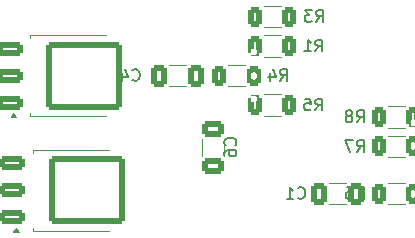
<source format=gbo>
G04 #@! TF.GenerationSoftware,KiCad,Pcbnew,8.0.3*
G04 #@! TF.CreationDate,2025-03-14T18:39:27+01:00*
G04 #@! TF.ProjectId,NIXIE_Sterownik,4e495849-455f-4537-9465-726f776e696b,rev?*
G04 #@! TF.SameCoordinates,Original*
G04 #@! TF.FileFunction,Legend,Bot*
G04 #@! TF.FilePolarity,Positive*
%FSLAX46Y46*%
G04 Gerber Fmt 4.6, Leading zero omitted, Abs format (unit mm)*
G04 Created by KiCad (PCBNEW 8.0.3) date 2025-03-14 18:39:27*
%MOMM*%
%LPD*%
G01*
G04 APERTURE LIST*
G04 Aperture macros list*
%AMRoundRect*
0 Rectangle with rounded corners*
0 $1 Rounding radius*
0 $2 $3 $4 $5 $6 $7 $8 $9 X,Y pos of 4 corners*
0 Add a 4 corners polygon primitive as box body*
4,1,4,$2,$3,$4,$5,$6,$7,$8,$9,$2,$3,0*
0 Add four circle primitives for the rounded corners*
1,1,$1+$1,$2,$3*
1,1,$1+$1,$4,$5*
1,1,$1+$1,$6,$7*
1,1,$1+$1,$8,$9*
0 Add four rect primitives between the rounded corners*
20,1,$1+$1,$2,$3,$4,$5,0*
20,1,$1+$1,$4,$5,$6,$7,0*
20,1,$1+$1,$6,$7,$8,$9,0*
20,1,$1+$1,$8,$9,$2,$3,0*%
G04 Aperture macros list end*
%ADD10C,0.150000*%
%ADD11C,0.120000*%
%ADD12O,1.100000X1.700000*%
%ADD13C,2.700000*%
%ADD14R,1.700000X1.700000*%
%ADD15O,1.700000X1.700000*%
%ADD16R,1.600000X1.600000*%
%ADD17C,1.600000*%
%ADD18C,2.100000*%
%ADD19C,1.750000*%
%ADD20RoundRect,0.250000X0.312500X0.625000X-0.312500X0.625000X-0.312500X-0.625000X0.312500X-0.625000X0*%
%ADD21RoundRect,0.250000X-0.850000X-0.350000X0.850000X-0.350000X0.850000X0.350000X-0.850000X0.350000X0*%
%ADD22RoundRect,0.249997X-2.950003X-2.650003X2.950003X-2.650003X2.950003X2.650003X-2.950003X2.650003X0*%
%ADD23RoundRect,0.250000X-0.650000X0.412500X-0.650000X-0.412500X0.650000X-0.412500X0.650000X0.412500X0*%
%ADD24RoundRect,0.250000X-0.412500X-0.650000X0.412500X-0.650000X0.412500X0.650000X-0.412500X0.650000X0*%
%ADD25C,0.600000*%
G04 APERTURE END LIST*
D10*
X123666666Y-72954819D02*
X123999999Y-72478628D01*
X124238094Y-72954819D02*
X124238094Y-71954819D01*
X124238094Y-71954819D02*
X123857142Y-71954819D01*
X123857142Y-71954819D02*
X123761904Y-72002438D01*
X123761904Y-72002438D02*
X123714285Y-72050057D01*
X123714285Y-72050057D02*
X123666666Y-72145295D01*
X123666666Y-72145295D02*
X123666666Y-72288152D01*
X123666666Y-72288152D02*
X123714285Y-72383390D01*
X123714285Y-72383390D02*
X123761904Y-72431009D01*
X123761904Y-72431009D02*
X123857142Y-72478628D01*
X123857142Y-72478628D02*
X124238094Y-72478628D01*
X123333332Y-71954819D02*
X122666666Y-71954819D01*
X122666666Y-71954819D02*
X123095237Y-72954819D01*
X120166666Y-64454819D02*
X120499999Y-63978628D01*
X120738094Y-64454819D02*
X120738094Y-63454819D01*
X120738094Y-63454819D02*
X120357142Y-63454819D01*
X120357142Y-63454819D02*
X120261904Y-63502438D01*
X120261904Y-63502438D02*
X120214285Y-63550057D01*
X120214285Y-63550057D02*
X120166666Y-63645295D01*
X120166666Y-63645295D02*
X120166666Y-63788152D01*
X120166666Y-63788152D02*
X120214285Y-63883390D01*
X120214285Y-63883390D02*
X120261904Y-63931009D01*
X120261904Y-63931009D02*
X120357142Y-63978628D01*
X120357142Y-63978628D02*
X120738094Y-63978628D01*
X119214285Y-64454819D02*
X119785713Y-64454819D01*
X119499999Y-64454819D02*
X119499999Y-63454819D01*
X119499999Y-63454819D02*
X119595237Y-63597676D01*
X119595237Y-63597676D02*
X119690475Y-63692914D01*
X119690475Y-63692914D02*
X119785713Y-63740533D01*
X113359580Y-72395833D02*
X113407200Y-72348214D01*
X113407200Y-72348214D02*
X113454819Y-72205357D01*
X113454819Y-72205357D02*
X113454819Y-72110119D01*
X113454819Y-72110119D02*
X113407200Y-71967262D01*
X113407200Y-71967262D02*
X113311961Y-71872024D01*
X113311961Y-71872024D02*
X113216723Y-71824405D01*
X113216723Y-71824405D02*
X113026247Y-71776786D01*
X113026247Y-71776786D02*
X112883390Y-71776786D01*
X112883390Y-71776786D02*
X112692914Y-71824405D01*
X112692914Y-71824405D02*
X112597676Y-71872024D01*
X112597676Y-71872024D02*
X112502438Y-71967262D01*
X112502438Y-71967262D02*
X112454819Y-72110119D01*
X112454819Y-72110119D02*
X112454819Y-72205357D01*
X112454819Y-72205357D02*
X112502438Y-72348214D01*
X112502438Y-72348214D02*
X112550057Y-72395833D01*
X112454819Y-73252976D02*
X112454819Y-73062500D01*
X112454819Y-73062500D02*
X112502438Y-72967262D01*
X112502438Y-72967262D02*
X112550057Y-72919643D01*
X112550057Y-72919643D02*
X112692914Y-72824405D01*
X112692914Y-72824405D02*
X112883390Y-72776786D01*
X112883390Y-72776786D02*
X113264342Y-72776786D01*
X113264342Y-72776786D02*
X113359580Y-72824405D01*
X113359580Y-72824405D02*
X113407200Y-72872024D01*
X113407200Y-72872024D02*
X113454819Y-72967262D01*
X113454819Y-72967262D02*
X113454819Y-73157738D01*
X113454819Y-73157738D02*
X113407200Y-73252976D01*
X113407200Y-73252976D02*
X113359580Y-73300595D01*
X113359580Y-73300595D02*
X113264342Y-73348214D01*
X113264342Y-73348214D02*
X113026247Y-73348214D01*
X113026247Y-73348214D02*
X112931009Y-73300595D01*
X112931009Y-73300595D02*
X112883390Y-73252976D01*
X112883390Y-73252976D02*
X112835771Y-73157738D01*
X112835771Y-73157738D02*
X112835771Y-72967262D01*
X112835771Y-72967262D02*
X112883390Y-72872024D01*
X112883390Y-72872024D02*
X112931009Y-72824405D01*
X112931009Y-72824405D02*
X113026247Y-72776786D01*
X117166666Y-66954819D02*
X117499999Y-66478628D01*
X117738094Y-66954819D02*
X117738094Y-65954819D01*
X117738094Y-65954819D02*
X117357142Y-65954819D01*
X117357142Y-65954819D02*
X117261904Y-66002438D01*
X117261904Y-66002438D02*
X117214285Y-66050057D01*
X117214285Y-66050057D02*
X117166666Y-66145295D01*
X117166666Y-66145295D02*
X117166666Y-66288152D01*
X117166666Y-66288152D02*
X117214285Y-66383390D01*
X117214285Y-66383390D02*
X117261904Y-66431009D01*
X117261904Y-66431009D02*
X117357142Y-66478628D01*
X117357142Y-66478628D02*
X117738094Y-66478628D01*
X116309523Y-66288152D02*
X116309523Y-66954819D01*
X116547618Y-65907200D02*
X116785713Y-66621485D01*
X116785713Y-66621485D02*
X116166666Y-66621485D01*
X104666666Y-66859580D02*
X104714285Y-66907200D01*
X104714285Y-66907200D02*
X104857142Y-66954819D01*
X104857142Y-66954819D02*
X104952380Y-66954819D01*
X104952380Y-66954819D02*
X105095237Y-66907200D01*
X105095237Y-66907200D02*
X105190475Y-66811961D01*
X105190475Y-66811961D02*
X105238094Y-66716723D01*
X105238094Y-66716723D02*
X105285713Y-66526247D01*
X105285713Y-66526247D02*
X105285713Y-66383390D01*
X105285713Y-66383390D02*
X105238094Y-66192914D01*
X105238094Y-66192914D02*
X105190475Y-66097676D01*
X105190475Y-66097676D02*
X105095237Y-66002438D01*
X105095237Y-66002438D02*
X104952380Y-65954819D01*
X104952380Y-65954819D02*
X104857142Y-65954819D01*
X104857142Y-65954819D02*
X104714285Y-66002438D01*
X104714285Y-66002438D02*
X104666666Y-66050057D01*
X103809523Y-66288152D02*
X103809523Y-66954819D01*
X104047618Y-65907200D02*
X104285713Y-66621485D01*
X104285713Y-66621485D02*
X103666666Y-66621485D01*
X123666666Y-70454819D02*
X123999999Y-69978628D01*
X124238094Y-70454819D02*
X124238094Y-69454819D01*
X124238094Y-69454819D02*
X123857142Y-69454819D01*
X123857142Y-69454819D02*
X123761904Y-69502438D01*
X123761904Y-69502438D02*
X123714285Y-69550057D01*
X123714285Y-69550057D02*
X123666666Y-69645295D01*
X123666666Y-69645295D02*
X123666666Y-69788152D01*
X123666666Y-69788152D02*
X123714285Y-69883390D01*
X123714285Y-69883390D02*
X123761904Y-69931009D01*
X123761904Y-69931009D02*
X123857142Y-69978628D01*
X123857142Y-69978628D02*
X124238094Y-69978628D01*
X123095237Y-69883390D02*
X123190475Y-69835771D01*
X123190475Y-69835771D02*
X123238094Y-69788152D01*
X123238094Y-69788152D02*
X123285713Y-69692914D01*
X123285713Y-69692914D02*
X123285713Y-69645295D01*
X123285713Y-69645295D02*
X123238094Y-69550057D01*
X123238094Y-69550057D02*
X123190475Y-69502438D01*
X123190475Y-69502438D02*
X123095237Y-69454819D01*
X123095237Y-69454819D02*
X122904761Y-69454819D01*
X122904761Y-69454819D02*
X122809523Y-69502438D01*
X122809523Y-69502438D02*
X122761904Y-69550057D01*
X122761904Y-69550057D02*
X122714285Y-69645295D01*
X122714285Y-69645295D02*
X122714285Y-69692914D01*
X122714285Y-69692914D02*
X122761904Y-69788152D01*
X122761904Y-69788152D02*
X122809523Y-69835771D01*
X122809523Y-69835771D02*
X122904761Y-69883390D01*
X122904761Y-69883390D02*
X123095237Y-69883390D01*
X123095237Y-69883390D02*
X123190475Y-69931009D01*
X123190475Y-69931009D02*
X123238094Y-69978628D01*
X123238094Y-69978628D02*
X123285713Y-70073866D01*
X123285713Y-70073866D02*
X123285713Y-70264342D01*
X123285713Y-70264342D02*
X123238094Y-70359580D01*
X123238094Y-70359580D02*
X123190475Y-70407200D01*
X123190475Y-70407200D02*
X123095237Y-70454819D01*
X123095237Y-70454819D02*
X122904761Y-70454819D01*
X122904761Y-70454819D02*
X122809523Y-70407200D01*
X122809523Y-70407200D02*
X122761904Y-70359580D01*
X122761904Y-70359580D02*
X122714285Y-70264342D01*
X122714285Y-70264342D02*
X122714285Y-70073866D01*
X122714285Y-70073866D02*
X122761904Y-69978628D01*
X122761904Y-69978628D02*
X122809523Y-69931009D01*
X122809523Y-69931009D02*
X122904761Y-69883390D01*
X123666666Y-76954819D02*
X123999999Y-76478628D01*
X124238094Y-76954819D02*
X124238094Y-75954819D01*
X124238094Y-75954819D02*
X123857142Y-75954819D01*
X123857142Y-75954819D02*
X123761904Y-76002438D01*
X123761904Y-76002438D02*
X123714285Y-76050057D01*
X123714285Y-76050057D02*
X123666666Y-76145295D01*
X123666666Y-76145295D02*
X123666666Y-76288152D01*
X123666666Y-76288152D02*
X123714285Y-76383390D01*
X123714285Y-76383390D02*
X123761904Y-76431009D01*
X123761904Y-76431009D02*
X123857142Y-76478628D01*
X123857142Y-76478628D02*
X124238094Y-76478628D01*
X122809523Y-75954819D02*
X122999999Y-75954819D01*
X122999999Y-75954819D02*
X123095237Y-76002438D01*
X123095237Y-76002438D02*
X123142856Y-76050057D01*
X123142856Y-76050057D02*
X123238094Y-76192914D01*
X123238094Y-76192914D02*
X123285713Y-76383390D01*
X123285713Y-76383390D02*
X123285713Y-76764342D01*
X123285713Y-76764342D02*
X123238094Y-76859580D01*
X123238094Y-76859580D02*
X123190475Y-76907200D01*
X123190475Y-76907200D02*
X123095237Y-76954819D01*
X123095237Y-76954819D02*
X122904761Y-76954819D01*
X122904761Y-76954819D02*
X122809523Y-76907200D01*
X122809523Y-76907200D02*
X122761904Y-76859580D01*
X122761904Y-76859580D02*
X122714285Y-76764342D01*
X122714285Y-76764342D02*
X122714285Y-76526247D01*
X122714285Y-76526247D02*
X122761904Y-76431009D01*
X122761904Y-76431009D02*
X122809523Y-76383390D01*
X122809523Y-76383390D02*
X122904761Y-76335771D01*
X122904761Y-76335771D02*
X123095237Y-76335771D01*
X123095237Y-76335771D02*
X123190475Y-76383390D01*
X123190475Y-76383390D02*
X123238094Y-76431009D01*
X123238094Y-76431009D02*
X123285713Y-76526247D01*
X120204166Y-61954819D02*
X120537499Y-61478628D01*
X120775594Y-61954819D02*
X120775594Y-60954819D01*
X120775594Y-60954819D02*
X120394642Y-60954819D01*
X120394642Y-60954819D02*
X120299404Y-61002438D01*
X120299404Y-61002438D02*
X120251785Y-61050057D01*
X120251785Y-61050057D02*
X120204166Y-61145295D01*
X120204166Y-61145295D02*
X120204166Y-61288152D01*
X120204166Y-61288152D02*
X120251785Y-61383390D01*
X120251785Y-61383390D02*
X120299404Y-61431009D01*
X120299404Y-61431009D02*
X120394642Y-61478628D01*
X120394642Y-61478628D02*
X120775594Y-61478628D01*
X119870832Y-60954819D02*
X119251785Y-60954819D01*
X119251785Y-60954819D02*
X119585118Y-61335771D01*
X119585118Y-61335771D02*
X119442261Y-61335771D01*
X119442261Y-61335771D02*
X119347023Y-61383390D01*
X119347023Y-61383390D02*
X119299404Y-61431009D01*
X119299404Y-61431009D02*
X119251785Y-61526247D01*
X119251785Y-61526247D02*
X119251785Y-61764342D01*
X119251785Y-61764342D02*
X119299404Y-61859580D01*
X119299404Y-61859580D02*
X119347023Y-61907200D01*
X119347023Y-61907200D02*
X119442261Y-61954819D01*
X119442261Y-61954819D02*
X119727975Y-61954819D01*
X119727975Y-61954819D02*
X119823213Y-61907200D01*
X119823213Y-61907200D02*
X119870832Y-61859580D01*
X120166666Y-69454819D02*
X120499999Y-68978628D01*
X120738094Y-69454819D02*
X120738094Y-68454819D01*
X120738094Y-68454819D02*
X120357142Y-68454819D01*
X120357142Y-68454819D02*
X120261904Y-68502438D01*
X120261904Y-68502438D02*
X120214285Y-68550057D01*
X120214285Y-68550057D02*
X120166666Y-68645295D01*
X120166666Y-68645295D02*
X120166666Y-68788152D01*
X120166666Y-68788152D02*
X120214285Y-68883390D01*
X120214285Y-68883390D02*
X120261904Y-68931009D01*
X120261904Y-68931009D02*
X120357142Y-68978628D01*
X120357142Y-68978628D02*
X120738094Y-68978628D01*
X119261904Y-68454819D02*
X119738094Y-68454819D01*
X119738094Y-68454819D02*
X119785713Y-68931009D01*
X119785713Y-68931009D02*
X119738094Y-68883390D01*
X119738094Y-68883390D02*
X119642856Y-68835771D01*
X119642856Y-68835771D02*
X119404761Y-68835771D01*
X119404761Y-68835771D02*
X119309523Y-68883390D01*
X119309523Y-68883390D02*
X119261904Y-68931009D01*
X119261904Y-68931009D02*
X119214285Y-69026247D01*
X119214285Y-69026247D02*
X119214285Y-69264342D01*
X119214285Y-69264342D02*
X119261904Y-69359580D01*
X119261904Y-69359580D02*
X119309523Y-69407200D01*
X119309523Y-69407200D02*
X119404761Y-69454819D01*
X119404761Y-69454819D02*
X119642856Y-69454819D01*
X119642856Y-69454819D02*
X119738094Y-69407200D01*
X119738094Y-69407200D02*
X119785713Y-69359580D01*
X118666666Y-76859580D02*
X118714285Y-76907200D01*
X118714285Y-76907200D02*
X118857142Y-76954819D01*
X118857142Y-76954819D02*
X118952380Y-76954819D01*
X118952380Y-76954819D02*
X119095237Y-76907200D01*
X119095237Y-76907200D02*
X119190475Y-76811961D01*
X119190475Y-76811961D02*
X119238094Y-76716723D01*
X119238094Y-76716723D02*
X119285713Y-76526247D01*
X119285713Y-76526247D02*
X119285713Y-76383390D01*
X119285713Y-76383390D02*
X119238094Y-76192914D01*
X119238094Y-76192914D02*
X119190475Y-76097676D01*
X119190475Y-76097676D02*
X119095237Y-76002438D01*
X119095237Y-76002438D02*
X118952380Y-75954819D01*
X118952380Y-75954819D02*
X118857142Y-75954819D01*
X118857142Y-75954819D02*
X118714285Y-76002438D01*
X118714285Y-76002438D02*
X118666666Y-76050057D01*
X117714285Y-76954819D02*
X118285713Y-76954819D01*
X117999999Y-76954819D02*
X117999999Y-75954819D01*
X117999999Y-75954819D02*
X118095237Y-76097676D01*
X118095237Y-76097676D02*
X118190475Y-76192914D01*
X118190475Y-76192914D02*
X118285713Y-76240533D01*
D11*
X126272936Y-71590000D02*
X127727064Y-71590000D01*
X126272936Y-73410000D02*
X127727064Y-73410000D01*
X96007651Y-63050000D02*
X102427651Y-63050000D01*
X96007651Y-63320000D02*
X96007651Y-63050000D01*
X96007651Y-69680000D02*
X96007651Y-69950000D01*
X96007651Y-69950000D02*
X102427651Y-69950000D01*
X94832651Y-69990000D02*
X94352651Y-69990000D01*
X94592651Y-69660000D01*
X94832651Y-69990000D01*
G36*
X94832651Y-69990000D02*
G01*
X94352651Y-69990000D01*
X94592651Y-69660000D01*
X94832651Y-69990000D01*
G37*
X115772936Y-63090000D02*
X117227064Y-63090000D01*
X115772936Y-64910000D02*
X117227064Y-64910000D01*
X110590000Y-73273752D02*
X110590000Y-71851248D01*
X112410000Y-73273752D02*
X112410000Y-71851248D01*
X112772936Y-65590000D02*
X114227064Y-65590000D01*
X112772936Y-67410000D02*
X114227064Y-67410000D01*
X109211252Y-65590000D02*
X107788748Y-65590000D01*
X109211252Y-67410000D02*
X107788748Y-67410000D01*
X126272936Y-69090000D02*
X127727064Y-69090000D01*
X126272936Y-70910000D02*
X127727064Y-70910000D01*
X126272936Y-75590000D02*
X127727064Y-75590000D01*
X126272936Y-77410000D02*
X127727064Y-77410000D01*
X115772936Y-60590000D02*
X117227064Y-60590000D01*
X115772936Y-62410000D02*
X117227064Y-62410000D01*
X115772936Y-68090000D02*
X117227064Y-68090000D01*
X115772936Y-69910000D02*
X117227064Y-69910000D01*
X96230000Y-72770000D02*
X102650000Y-72770000D01*
X96230000Y-73040000D02*
X96230000Y-72770000D01*
X96230000Y-79400000D02*
X96230000Y-79670000D01*
X96230000Y-79670000D02*
X102650000Y-79670000D01*
X95055000Y-79710000D02*
X94575000Y-79710000D01*
X94815000Y-79380000D01*
X95055000Y-79710000D01*
G36*
X95055000Y-79710000D02*
G01*
X94575000Y-79710000D01*
X94815000Y-79380000D01*
X95055000Y-79710000D01*
G37*
X122711252Y-75590000D02*
X121288748Y-75590000D01*
X122711252Y-77410000D02*
X121288748Y-77410000D01*
%LPC*%
D12*
X103320000Y-60000000D03*
X103320000Y-56200000D03*
X94680000Y-60000000D03*
X94680000Y-56200000D03*
D13*
X161400000Y-59850000D03*
D14*
X108500000Y-70000000D03*
D15*
X108500000Y-72540000D03*
X108500000Y-75080000D03*
D14*
X90500000Y-59500000D03*
D15*
X90500000Y-56960000D03*
D13*
X82450000Y-79200000D03*
D14*
X153540000Y-79500000D03*
D15*
X151000000Y-79500000D03*
X148460000Y-79500000D03*
D14*
X143775000Y-79500000D03*
D15*
X141235000Y-79500000D03*
D16*
X138500000Y-69500000D03*
D17*
X138500000Y-74500000D03*
D18*
X145250000Y-59490000D03*
X152260000Y-59490000D03*
D19*
X146500000Y-57000000D03*
X151000000Y-57000000D03*
D13*
X82450000Y-59850000D03*
D16*
X91500000Y-64097349D03*
D17*
X91500000Y-69097349D03*
D13*
X161450000Y-79200000D03*
D17*
X109500000Y-59000000D03*
X106500000Y-59000000D03*
D14*
X135225000Y-58500000D03*
D15*
X137765000Y-58500000D03*
D16*
X91500000Y-73597349D03*
D17*
X91500000Y-78597349D03*
D20*
X128462500Y-72500000D03*
X125537500Y-72500000D03*
D21*
X94277651Y-68780000D03*
X94277651Y-66500000D03*
D22*
X100577651Y-66500000D03*
D21*
X94277651Y-64220000D03*
D20*
X117962500Y-64000000D03*
X115037500Y-64000000D03*
D23*
X111500000Y-71000000D03*
X111500000Y-74125000D03*
D20*
X114962500Y-66500000D03*
X112037500Y-66500000D03*
D24*
X106937500Y-66500000D03*
X110062500Y-66500000D03*
D20*
X128462500Y-70000000D03*
X125537500Y-70000000D03*
X128462500Y-76500000D03*
X125537500Y-76500000D03*
X117962500Y-61500000D03*
X115037500Y-61500000D03*
X117962500Y-69000000D03*
X115037500Y-69000000D03*
D21*
X94500000Y-78500000D03*
X94500000Y-76220000D03*
D22*
X100800000Y-76220000D03*
D21*
X94500000Y-73940000D03*
D24*
X120437500Y-76500000D03*
X123562500Y-76500000D03*
D25*
X129500000Y-78500000D03*
X96000000Y-60000000D03*
X102000000Y-60000000D03*
X115000000Y-78500000D03*
X115000000Y-66500000D03*
X115000000Y-68500000D03*
X114000000Y-72500000D03*
X128500000Y-72500000D03*
X128500000Y-76500000D03*
X115000000Y-64500000D03*
X128500000Y-70500000D03*
X130000000Y-64500000D03*
X130000000Y-66500000D03*
X100500000Y-60000000D03*
X97500000Y-60000000D03*
%LPD*%
M02*

</source>
